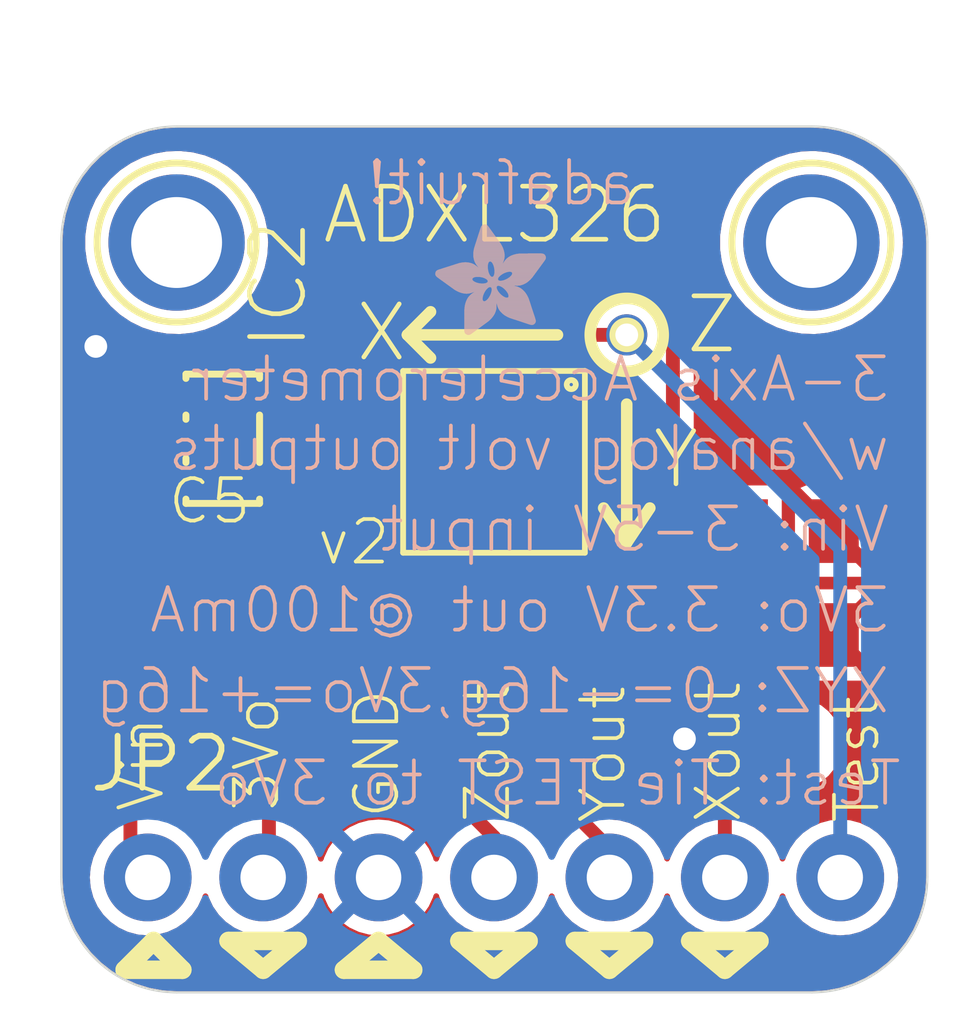
<source format=kicad_pcb>
(kicad_pcb (version 20221018) (generator pcbnew)
  (layers (0 "F.Cu" signal) (1 "In1.Cu" signal) (2 "In2.Cu" signal) (3 "In3.Cu" signal) (4 "In4.Cu" signal) (5 "In5.Cu" signal) (6 "In6.Cu" signal) (7 "In7.Cu" signal) (8 "In8.Cu" signal) (9 "In9.Cu" signal) (10 "In10.Cu" signal) (11 "In11.Cu" signal) (12 "In12.Cu" signal) (13 "In13.Cu" signal) (14 "In14.Cu" signal) (31 "B.Cu" signal) (34 "B.Paste" user) (35 "F.Paste" user) (36 "B.SilkS" user "B.Silkscreen") (37 "F.SilkS" user "F.Silkscreen") (38 "B.Mask" user) (39 "F.Mask" user) (44 "Edge.Cuts" user))
  (net 0 "")
  (net 1 "GND")
  (net 2 "ZOUT")
  (net 3 "YOUT")
  (net 4 "XOUT")
  (net 5 "ST")
  (net 6 "+5V")
  (net 7 "+3V3")
  (footprint "working:MOUNTINGHOLE_2.0_PLATED" (layer "F.Cu") (at 141.5084 98.0313)
    (fp_text reference "U$8" hide)
    (fp_text value "MOUNTINGHOLE2.0" hide)
    (pad "P$1" thru_hole circle (at 0 0) (size 3 3) (drill 2) (layers "*.Cu" "*.Mask"))
    (zone (net 0) (net_name "") (layer "F.Cu") (connect_pads (clearance 0)) (min_thickness 0.25)
      (keepout (tracks not_allowed) (vias not_allowed) (pads not_allowed) (copperpour not_allowed) (footprints allowed))
      (fill (thermal_gap 0.5) (thermal_bridge_width 0.5))
      (polygon (pts (xy 143.5244 98.0313) (xy 143.50478 97.750727) (xy 143.446304 97.475615) (xy 143.350108 97.211319) (xy 143.218065 96.962983) (xy 143.052746 96.73544) (xy 142.857367 96.53312) (xy 142.635733 96.35996) (xy 142.392156 96.219331) (xy 142.131378 96.11397) (xy 141.858475 96.045928) (xy 141.578757 96.016528) (xy 141.297671 96.026344) (xy 141.020685 96.075184) (xy 140.753193 96.162097) (xy 140.5004 96.285393) (xy 140.267226 96.44267) (xy 140.058211 96.630869) (xy 139.877422 96.846325) (xy 139.728378 97.084845) (xy 139.61398 97.341787) (xy 139.536454 97.61215) (xy 139.497311 97.890671) (xy 139.497311 98.171929) (xy 139.536454 98.45045) (xy 139.61398 98.720813) (xy 139.728378 98.977755) (xy 139.877422 99.216275) (xy 140.058211 99.431731) (xy 140.267226 99.61993) (xy 140.5004 99.777207) (xy 140.753193 99.900503) (xy 141.020685 99.987416) (xy 141.297671 100.036256) (xy 141.578757 100.046072) (xy 141.858475 100.016672) (xy 142.131378 99.94863) (xy 142.392156 99.843269) (xy 142.635733 99.70264) (xy 142.857367 99.52948) (xy 143.052746 99.32716) (xy 143.218065 99.099617) (xy 143.350108 98.851281) (xy 143.446304 98.586985) (xy 143.50478 98.311873)))
      (polygon (pts (xy 141.4924 98.0313) (xy 141.497086 98.042614) (xy 141.5084 98.0473) (xy 141.519714 98.042614) (xy 141.5244 98.0313) (xy 141.519714 98.019986) (xy 141.5084 98.0153) (xy 141.497086 98.019986)))
    )
    (zone (net 0) (net_name "") (layer "B.Cu") (connect_pads (clearance 0)) (min_thickness 0.25)
      (keepout (tracks not_allowed) (vias not_allowed) (pads not_allowed) (copperpour not_allowed) (footprints allowed))
      (fill (thermal_gap 0.5) (thermal_bridge_width 0.5))
      (polygon (pts (xy 143.5244 98.0313) (xy 143.50478 97.750727) (xy 143.446304 97.475615) (xy 143.350108 97.211319) (xy 143.218065 96.962983) (xy 143.052746 96.73544) (xy 142.857367 96.53312) (xy 142.635733 96.35996) (xy 142.392156 96.219331) (xy 142.131378 96.11397) (xy 141.858475 96.045928) (xy 141.578757 96.016528) (xy 141.297671 96.026344) (xy 141.020685 96.075184) (xy 140.753193 96.162097) (xy 140.5004 96.285393) (xy 140.267226 96.44267) (xy 140.058211 96.630869) (xy 139.877422 96.846325) (xy 139.728378 97.084845) (xy 139.61398 97.341787) (xy 139.536454 97.61215) (xy 139.497311 97.890671) (xy 139.497311 98.171929) (xy 139.536454 98.45045) (xy 139.61398 98.720813) (xy 139.728378 98.977755) (xy 139.877422 99.216275) (xy 140.058211 99.431731) (xy 140.267226 99.61993) (xy 140.5004 99.777207) (xy 140.753193 99.900503) (xy 141.020685 99.987416) (xy 141.297671 100.036256) (xy 141.578757 100.046072) (xy 141.858475 100.016672) (xy 142.131378 99.94863) (xy 142.392156 99.843269) (xy 142.635733 99.70264) (xy 142.857367 99.52948) (xy 143.052746 99.32716) (xy 143.218065 99.099617) (xy 143.350108 98.851281) (xy 143.446304 98.586985) (xy 143.50478 98.311873)))
      (polygon (pts (xy 141.4924 98.0313) (xy 141.497086 98.042614) (xy 141.5084 98.0473) (xy 141.519714 98.042614) (xy 141.5244 98.0313) (xy 141.519714 98.019986) (xy 141.5084 98.0153) (xy 141.497086 98.019986)))
    )
  )
  (footprint "working:C0805K" (layer "F.Cu") (at 142.2704 105.1433)
    (fp_text reference "C5" (at -1 -0.875) (layer "F.SilkS") (effects (font (size 0.93472 0.93472) (thickness 0.08128)) (justify left bottom)))
    (fp_text value "10uF")
    (pad "1" smd rect (at -1 0) (size 1.1 1.4) (layers "F.Cu" "F.Paste" "F.Mask") (net 6 "+5V"))
    (pad "2" smd rect (at 1 0) (size 1.1 1.4) (layers "F.Cu" "F.Paste" "F.Mask") (net 1 "GND"))
  )
  (footprint "working:MOUNTINGHOLE_2.0_PLATED" (layer "F.Cu") (at 155.4784 98.0313)
    (fp_text reference "U$5" hide)
    (fp_text value "MOUNTINGHOLE2.0" hide)
    (pad "P$1" thru_hole circle (at 0 0) (size 3 3) (drill 2) (layers "*.Cu" "*.Mask"))
    (zone (net 0) (net_name "") (layer "F.Cu") (connect_pads (clearance 0)) (min_thickness 0.25)
      (keepout (tracks not_allowed) (vias not_allowed) (pads not_allowed) (copperpour not_allowed) (footprints allowed))
      (fill (thermal_gap 0.5) (thermal_bridge_width 0.5))
      (polygon (pts (xy 157.4944 98.0313) (xy 157.47478 97.750727) (xy 157.416304 97.475615) (xy 157.320108 97.211319) (xy 157.188065 96.962983) (xy 157.022746 96.73544) (xy 156.827367 96.53312) (xy 156.605733 96.35996) (xy 156.362156 96.219331) (xy 156.101378 96.11397) (xy 155.828475 96.045928) (xy 155.548757 96.016528) (xy 155.267671 96.026344) (xy 154.990685 96.075184) (xy 154.723193 96.162097) (xy 154.4704 96.285393) (xy 154.237226 96.44267) (xy 154.028211 96.630869) (xy 153.847422 96.846325) (xy 153.698378 97.084845) (xy 153.58398 97.341787) (xy 153.506454 97.61215) (xy 153.467311 97.890671) (xy 153.467311 98.171929) (xy 153.506454 98.45045) (xy 153.58398 98.720813) (xy 153.698378 98.977755) (xy 153.847422 99.216275) (xy 154.028211 99.431731) (xy 154.237226 99.61993) (xy 154.4704 99.777207) (xy 154.723193 99.900503) (xy 154.990685 99.987416) (xy 155.267671 100.036256) (xy 155.548757 100.046072) (xy 155.828475 100.016672) (xy 156.101378 99.94863) (xy 156.362156 99.843269) (xy 156.605733 99.70264) (xy 156.827367 99.52948) (xy 157.022746 99.32716) (xy 157.188065 99.099617) (xy 157.320108 98.851281) (xy 157.416304 98.586985) (xy 157.47478 98.311873)))
      (polygon (pts (xy 155.4624 98.0313) (xy 155.467086 98.042614) (xy 155.4784 98.0473) (xy 155.489714 98.042614) (xy 155.4944 98.0313) (xy 155.489714 98.019986) (xy 155.4784 98.0153) (xy 155.467086 98.019986)))
    )
    (zone (net 0) (net_name "") (layer "B.Cu") (connect_pads (clearance 0)) (min_thickness 0.25)
      (keepout (tracks not_allowed) (vias not_allowed) (pads not_allowed) (copperpour not_allowed) (footprints allowed))
      (fill (thermal_gap 0.5) (thermal_bridge_width 0.5))
      (polygon (pts (xy 157.4944 98.0313) (xy 157.47478 97.750727) (xy 157.416304 97.475615) (xy 157.320108 97.211319) (xy 157.188065 96.962983) (xy 157.022746 96.73544) (xy 156.827367 96.53312) (xy 156.605733 96.35996) (xy 156.362156 96.219331) (xy 156.101378 96.11397) (xy 155.828475 96.045928) (xy 155.548757 96.016528) (xy 155.267671 96.026344) (xy 154.990685 96.075184) (xy 154.723193 96.162097) (xy 154.4704 96.285393) (xy 154.237226 96.44267) (xy 154.028211 96.630869) (xy 153.847422 96.846325) (xy 153.698378 97.084845) (xy 153.58398 97.341787) (xy 153.506454 97.61215) (xy 153.467311 97.890671) (xy 153.467311 98.171929) (xy 153.506454 98.45045) (xy 153.58398 98.720813) (xy 153.698378 98.977755) (xy 153.847422 99.216275) (xy 154.028211 99.431731) (xy 154.237226 99.61993) (xy 154.4704 99.777207) (xy 154.723193 99.900503) (xy 154.990685 99.987416) (xy 155.267671 100.036256) (xy 155.548757 100.046072) (xy 155.828475 100.016672) (xy 156.101378 99.94863) (xy 156.362156 99.843269) (xy 156.605733 99.70264) (xy 156.827367 99.52948) (xy 157.022746 99.32716) (xy 157.188065 99.099617) (xy 157.320108 98.851281) (xy 157.416304 98.586985) (xy 157.47478 98.311873)))
      (polygon (pts (xy 155.4624 98.0313) (xy 155.467086 98.042614) (xy 155.4784 98.0473) (xy 155.489714 98.042614) (xy 155.4944 98.0313) (xy 155.489714 98.019986) (xy 155.4784 98.0153) (xy 155.467086 98.019986)))
    )
  )
  (footprint "working:C0805K" (layer "F.Cu") (at 146.3344 106.6673 180)
    (fp_text reference "C2" hide)
    (fp_text value "0.1uF")
    (pad "1" smd rect (at -1 0 180) (size 1.1 1.4) (layers "F.Cu" "F.Paste" "F.Mask") (net 2 "ZOUT"))
    (pad "2" smd rect (at 1 0 180) (size 1.1 1.4) (layers "F.Cu" "F.Paste" "F.Mask") (net 1 "GND"))
  )
  (footprint "working:C0805K" (layer "F.Cu") (at 154.9704 106.6673)
    (fp_text reference "C4" hide)
    (fp_text value "0.1uF")
    (pad "1" smd rect (at -1 0) (size 1.1 1.4) (layers "F.Cu" "F.Paste" "F.Mask") (net 4 "XOUT"))
    (pad "2" smd rect (at 1 0) (size 1.1 1.4) (layers "F.Cu" "F.Paste" "F.Mask") (net 1 "GND"))
  )
  (footprint "working:1X07_ROUND_76" (layer "F.Cu") (at 148.4934 112.0013)
    (fp_text reference "JP2" (at -8.9662 -1.8288) (layer "F.SilkS") (effects (font (size 1.143 1.143) (thickness 0.127)) (justify left bottom)))
    (fp_text value "")
    (pad "1" thru_hole circle (at -7.62 0 90) (size 1.9304 1.9304) (drill 1) (layers "*.Cu" "*.Mask") (net 6 "+5V"))
    (pad "2" thru_hole circle (at -5.08 0 90) (size 1.9304 1.9304) (drill 1) (layers "*.Cu" "*.Mask") (net 7 "+3V3"))
    (pad "3" thru_hole circle (at -2.54 0 90) (size 1.9304 1.9304) (drill 1) (layers "*.Cu" "*.Mask") (net 1 "GND"))
    (pad "4" thru_hole circle (at 0 0 90) (size 1.9304 1.9304) (drill 1) (layers "*.Cu" "*.Mask") (net 2 "ZOUT"))
    (pad "5" thru_hole circle (at 2.54 0 90) (size 1.9304 1.9304) (drill 1) (layers "*.Cu" "*.Mask") (net 3 "YOUT"))
    (pad "6" thru_hole circle (at 5.08 0 90) (size 1.9304 1.9304) (drill 1) (layers "*.Cu" "*.Mask") (net 4 "XOUT"))
    (pad "7" thru_hole circle (at 7.62 0 90) (size 1.9304 1.9304) (drill 1) (layers "*.Cu" "*.Mask") (net 5 "ST"))
  )
  (footprint "working:FIDUCIAL_1MM" (layer "F.Cu") (at 155.1482 109.0549)
    (fp_text reference "U$1" hide)
    (fp_text value "FIDUCIAL" hide)
    (pad "1" smd roundrect (at 0 0) (size 1 1) (layers "F.Cu") (roundrect_rratio 0.5))
    (zone (net 0) (net_name "") (layer "F.Cu") (connect_pads (clearance 0)) (min_thickness 0.25)
      (keepout (tracks not_allowed) (vias not_allowed) (pads not_allowed) (copperpour not_allowed) (footprints allowed))
      (fill (thermal_gap 0.5) (thermal_bridge_width 0.5))
      (polygon (pts (xy 154.1482 109.0549) (xy 154.1482 109.0549) (xy 154.167415 109.24999) (xy 154.22432 109.437583) (xy 154.31673 109.61047) (xy 154.441093 109.762007) (xy 154.59263 109.88637) (xy 154.765517 109.97878) (xy 155.1482 110.0549) (xy 155.1482 110.0549) (xy 155.34329 110.035685) (xy 155.530883 109.97878) (xy 155.70377 109.88637) (xy 155.855307 109.762007) (xy 155.97967 109.61047) (xy 156.07208 109.437583) (xy 156.1482 109.0549) (xy 156.1482 109.0549) (xy 156.128985 108.85981) (xy 156.07208 108.672217) (xy 155.97967 108.49933) (xy 155.855307 108.347793) (xy 155.70377 108.22343) (xy 155.530883 108.13102) (xy 155.1482 108.0549) (xy 155.1482 108.0549) (xy 154.95311 108.074115) (xy 154.765517 108.13102) (xy 154.59263 108.22343) (xy 154.441093 108.347793) (xy 154.31673 108.49933) (xy 154.22432 108.672217)))
    )
  )
  (footprint "working:FIDUCIAL_1MM" (layer "F.Cu") (at 144.3278 99.6823)
    (fp_text reference "U$2" hide)
    (fp_text value "FIDUCIAL" hide)
    (pad "1" smd roundrect (at 0 0) (size 1 1) (layers "F.Cu") (roundrect_rratio 0.5))
    (zone (net 0) (net_name "") (layer "F.Cu") (connect_pads (clearance 0)) (min_thickness 0.25)
      (keepout (tracks not_allowed) (vias not_allowed) (pads not_allowed) (copperpour not_allowed) (footprints allowed))
      (fill (thermal_gap 0.5) (thermal_bridge_width 0.5))
      (polygon (pts (xy 143.3278 99.6823) (xy 143.3278 99.6823) (xy 143.347015 99.87739) (xy 143.40392 100.064983) (xy 143.49633 100.23787) (xy 143.620693 100.389407) (xy 143.77223 100.51377) (xy 143.945117 100.60618) (xy 144.3278 100.6823) (xy 144.3278 100.6823) (xy 144.52289 100.663085) (xy 144.710483 100.60618) (xy 144.88337 100.51377) (xy 145.034907 100.389407) (xy 145.15927 100.23787) (xy 145.25168 100.064983) (xy 145.3278 99.6823) (xy 145.3278 99.6823) (xy 145.308585 99.48721) (xy 145.25168 99.299617) (xy 145.15927 99.12673) (xy 145.034907 98.975193) (xy 144.88337 98.85083) (xy 144.710483 98.75842) (xy 144.3278 98.6823) (xy 144.3278 98.6823) (xy 144.13271 98.701515) (xy 143.945117 98.75842) (xy 143.77223 98.85083) (xy 143.620693 98.975193) (xy 143.49633 99.12673) (xy 143.40392 99.299617)))
    )
  )
  (footprint "working:C0805K" (layer "F.Cu") (at 150.6524 106.6673)
    (fp_text reference "C3" hide)
    (fp_text value "0.1uF")
    (pad "1" smd rect (at -1 0) (size 1.1 1.4) (layers "F.Cu" "F.Paste" "F.Mask") (net 3 "YOUT"))
    (pad "2" smd rect (at 1 0) (size 1.1 1.4) (layers "F.Cu" "F.Paste" "F.Mask") (net 1 "GND"))
  )
  (footprint "working:SOT23-5L" (layer "F.Cu") (at 142.5244 102.3493 -90)
    (fp_text reference "IC2" (at -1.905 -1.905 -90) (layer "F.SilkS") (effects (font (size 1.1684 1.1684) (thickness 0.1016)) (justify left bottom)))
    (fp_text value "LP298XS")
    (pad "1" smd rect (at -0.95 1.3 270) (size 0.55 1.2) (layers "F.Cu" "F.Paste" "F.Mask") (net 6 "+5V"))
    (pad "2" smd rect (at 0 1.3 270) (size 0.55 1.2) (layers "F.Cu" "F.Paste" "F.Mask") (net 1 "GND"))
    (pad "3" smd rect (at 0.95 1.3 270) (size 0.55 1.2) (layers "F.Cu" "F.Paste" "F.Mask") (net 6 "+5V"))
    (pad "4" smd rect (at 0.95 -1.3 270) (size 0.55 1.2) (layers "F.Cu" "F.Paste" "F.Mask"))
    (pad "5" smd rect (at -0.95 -1.3 270) (size 0.55 1.2) (layers "F.Cu" "F.Paste" "F.Mask") (net 7 "+3V3"))
  )
  (footprint "working:C0805K" (layer "F.Cu") (at 154.9704 104.3813)
    (fp_text reference "C1" hide)
    (fp_text value "10uF")
    (pad "1" smd rect (at -1 0) (size 1.1 1.4) (layers "F.Cu" "F.Paste" "F.Mask") (net 7 "+3V3"))
    (pad "2" smd rect (at 1 0) (size 1.1 1.4) (layers "F.Cu" "F.Paste" "F.Mask") (net 1 "GND"))
  )
  (footprint "working:16LCSP" (layer "F.Cu") (at 148.4934 102.8573 -90)
    (fp_text reference "IC1" hide)
    (fp_text value "ADXL33X")
    (fp_poly (pts (xy -1 1) (xy 1 1) (xy 1 -1) (xy -1 -1)) (fill solid) (layer "F.Cu"))
    (pad "1" smd rect (at -1.825 -0.975 270) (size 0.7 0.35) (layers "F.Cu" "F.Paste" "F.Mask"))
    (pad "2" smd rect (at -1.825 -0.325 270) (size 0.7 0.35) (layers "F.Cu" "F.Paste" "F.Mask") (net 5 "ST"))
    (pad "3" smd rect (at -1.825 0.325 270) (size 0.7 0.35) (layers "F.Cu" "F.Paste" "F.Mask") (net 1 "GND"))
    (pad "4" smd rect (at -1.825 0.975 270) (size 0.7 0.35) (layers "F.Cu" "F.Paste" "F.Mask"))
    (pad "5" smd rect (at -0.975 1.85) (size 0.7 0.35) (layers "F.Cu" "F.Paste" "F.Mask") (net 1 "GND"))
    (pad "6" smd rect (at -0.35 1.85) (size 0.7 0.35) (layers "F.Cu" "F.Paste" "F.Mask") (net 1 "GND"))
    (pad "7" smd rect (at 0.325 1.85) (size 0.7 0.35) (layers "F.Cu" "F.Paste" "F.Mask") (net 1 "GND"))
    (pad "8" smd rect (at 0.975 1.85) (size 0.7 0.35) (layers "F.Cu" "F.Paste" "F.Mask") (net 2 "ZOUT"))
    (pad "9" smd rect (at 1.825 0.975 90) (size 0.7 0.35) (layers "F.Cu" "F.Paste" "F.Mask"))
    (pad "10" smd rect (at 1.825 0.325 90) (size 0.7 0.35) (layers "F.Cu" "F.Paste" "F.Mask") (net 3 "YOUT"))
    (pad "11" smd rect (at 1.825 -0.325 90) (size 0.7 0.35) (layers "F.Cu" "F.Paste" "F.Mask"))
    (pad "12" smd rect (at 1.825 -0.975 90) (size 0.7 0.35) (layers "F.Cu" "F.Paste" "F.Mask") (net 4 "XOUT"))
    (pad "13" smd rect (at 0.975 -1.825 180) (size 0.7 0.35) (layers "F.Cu" "F.Paste" "F.Mask"))
    (pad "14" smd rect (at 0.325 -1.825 180) (size 0.7 0.35) (layers "F.Cu" "F.Paste" "F.Mask") (net 7 "+3V3"))
    (pad "15" smd rect (at -0.325 -1.825 180) (size 0.7 0.35) (layers "F.Cu" "F.Paste" "F.Mask") (net 7 "+3V3"))
    (pad "16" smd rect (at -0.975 -1.825 180) (size 0.7 0.35) (layers "F.Cu" "F.Paste" "F.Mask"))
  )
  (footprint "working:ADAFRUIT_2.5MM" (layer "B.Cu") (at 149.6364 100.0633 180)
    (fp_text reference "U$4" hide)
    (fp_text value "" hide)
  )
  (gr_line (start 151.4144 101.5873) (end 151.4144 104.6353) (stroke (width 0.254)) (layer "F.SilkS"))
  (gr_line (start 142.6514 113.3983) (end 143.4134 114.0333) (stroke (width 0.4064)) (layer "F.SilkS"))
  (gr_line (start 141.0004 113.3983) (end 141.6354 114.0333) (stroke (width 0.4064)) (layer "F.SilkS"))
  (gr_line (start 154.3354 113.3983) (end 152.8114 113.3983) (stroke (width 0.4064)) (layer "F.SilkS"))
  (gr_line (start 149.8904 100.0633) (end 146.5884 100.0633) (stroke (width 0.254)) (layer "F.SilkS"))
  (gr_line (start 140.3654 114.0333) (end 141.0004 113.3983) (stroke (width 0.4064)) (layer "F.SilkS"))
  (gr_line (start 151.7954 113.3983) (end 150.2714 113.3983) (stroke (width 0.4064)) (layer "F.SilkS"))
  (gr_line (start 147.7314 113.3983) (end 148.4934 114.0333) (stroke (width 0.4064)) (layer "F.SilkS"))
  (gr_line (start 146.5884 100.0633) (end 147.0964 100.5713) (stroke (width 0.254)) (layer "F.SilkS"))
  (gr_line (start 145.9534 113.3983) (end 145.1914 114.0333) (stroke (width 0.4064)) (layer "F.SilkS"))
  (gr_line (start 151.4144 104.6353) (end 151.9224 103.8733) (stroke (width 0.254)) (layer "F.SilkS"))
  (gr_line (start 141.6354 114.0333) (end 140.3654 114.0333) (stroke (width 0.4064)) (layer "F.SilkS"))
  (gr_line (start 146.5884 100.0633) (end 147.0964 99.5553) (stroke (width 0.254)) (layer "F.SilkS"))
  (gr_line (start 151.4144 104.6353) (end 150.9064 103.8733) (stroke (width 0.254)) (layer "F.SilkS"))
  (gr_line (start 148.4934 114.0333) (end 149.2554 113.3983) (stroke (width 0.4064)) (layer "F.SilkS"))
  (gr_line (start 151.0334 114.0333) (end 151.7954 113.3983) (stroke (width 0.4064)) (layer "F.SilkS"))
  (gr_circle (center 151.4144 100.0633) (end 151.6684 100.0633) (stroke (width 0.254)) (fill none) (layer "F.SilkS"))
  (gr_line (start 150.2714 113.3983) (end 151.0334 114.0333) (stroke (width 0.4064)) (layer "F.SilkS"))
  (gr_line (start 144.1754 113.3983) (end 142.6514 113.3983) (stroke (width 0.4064)) (layer "F.SilkS"))
  (gr_circle (center 151.4144 100.0633) (end 152.2176 100.0633) (stroke (width 0.254)) (fill none) (layer "F.SilkS"))
  (gr_line (start 146.7154 114.0333) (end 145.9534 113.3983) (stroke (width 0.4064)) (layer "F.SilkS"))
  (gr_line (start 149.2554 113.3983) (end 147.7314 113.3983) (stroke (width 0.4064)) (layer "F.SilkS"))
  (gr_line (start 145.1914 114.0333) (end 146.7154 114.0333) (stroke (width 0.4064)) (layer "F.SilkS"))
  (gr_line (start 143.4134 114.0333) (end 144.1754 113.3983) (stroke (width 0.4064)) (layer "F.SilkS"))
  (gr_line (start 153.5734 114.0333) (end 154.3354 113.3983) (stroke (width 0.4064)) (layer "F.SilkS"))
  (gr_line (start 152.8114 113.3983) (end 153.5734 114.0333) (stroke (width 0.4064)) (layer "F.SilkS"))
  (gr_line (start 138.9734 98.0185) (end 138.9734 111.9887) (stroke (width 0.05)) (layer "Edge.Cuts"))
  (gr_arc (start 155.4888 95.4785) (mid 157.284851 96.222449) (end 158.0288 98.0185) (stroke (width 0.05)) (layer "Edge.Cuts"))
  (gr_arc (start 141.5134 114.5287) (mid 139.717349 113.784751) (end 138.9734 111.9887) (stroke (width 0.05)) (layer "Edge.Cuts"))
  (gr_line (start 141.5134 114.5287) (end 155.4888 114.5287) (stroke (width 0.05)) (layer "Edge.Cuts"))
  (gr_line (start 158.0288 111.9887) (end 158.0288 98.0185) (stroke (width 0.05)) (layer "Edge.Cuts"))
  (gr_arc (start 138.9734 98.0185) (mid 139.717349 96.222449) (end 141.5134 95.4785) (stroke (width 0.05)) (layer "Edge.Cuts"))
  (gr_arc (start 158.0288 111.9887) (mid 157.284851 113.784751) (end 155.4888 114.5287) (stroke (width 0.05)) (layer "Edge.Cuts"))
  (gr_line (start 155.4888 95.4785) (end 141.5134 95.4785) (stroke (width 0.05)) (layer "Edge.Cuts"))
  (gr_text "3Vo: 3.3V out @100mA" (at 157.2564 106.6673) (layer "B.SilkS") (effects (font (size 0.93472 0.93472) (thickness 0.08128)) (justify left bottom mirror)))
  (gr_text "adafruit!" (at 151.6684 97.2693) (layer "B.SilkS") (effects (font (size 0.93472 0.93472) (thickness 0.08128)) (justify left bottom mirror)))
  (gr_text "Test: Tie TEST to 3Vo" (at 157.5104 110.4773) (layer "B.SilkS") (effects (font (size 0.93472 0.93472) (thickness 0.08128)) (justify left bottom mirror)))
  (gr_text "w/analog volt outputs" (at 157.2564 103.1113) (layer "B.SilkS") (effects (font (size 0.93472 0.93472) (thickness 0.08128)) (justify left bottom mirror)))
  (gr_text "3-Axis Accelerometer" (at 157.2564 101.5873) (layer "B.SilkS") (effects (font (size 0.93472 0.93472) (thickness 0.08128)) (justify left bottom mirror)))
  (gr_text "XYZ: 0=-16g,3Vo=+16g" (at 157.2564 108.4453) (layer "B.SilkS") (effects (font (size 0.93472 0.93472) (thickness 0.08128)) (justify left bottom mirror)))
  (gr_text "Vin: 3-5V input" (at 157.2564 104.8893) (layer "B.SilkS") (effects (font (size 0.93472 0.93472) (thickness 0.08128)) (justify left bottom mirror)))
  (gr_text "v2" (at 144.5513 105.1687) (layer "F.SilkS") (effects (font (size 0.93472 0.93472) (thickness 0.08128)) (justify left bottom)))
  (gr_text "Zout" (at 148.8998 110.8583 90) (layer "F.SilkS") (effects (font (size 0.93472 0.93472) (thickness 0.08128)) (justify left bottom)))
  (gr_text "GND" (at 146.4614 110.7567 90) (layer "F.SilkS") (effects (font (size 0.93472 0.93472) (thickness 0.08128)) (justify left bottom)))
  (gr_text "ADXL326" (at 144.658 98.1075) (layer "F.SilkS") (effects (font (size 1.1684 1.1684) (thickness 0.1016)) (justify left bottom)))
  (gr_text "Test" (at 157.0278 110.8583 90) (layer "F.SilkS") (effects (font (size 0.93472 0.93472) (thickness 0.08128)) (justify left bottom)))
  (gr_text "X" (at 145.3946 100.6983) (layer "F.SilkS") (effects (font (size 1.1684 1.1684) (thickness 0.1016)) (justify left bottom)))
  (gr_text "Xout" (at 153.9798 110.8583 90) (layer "F.SilkS") (effects (font (size 0.93472 0.93472) (thickness 0.08128)) (justify left bottom)))
  (gr_text "Vin" (at 141.2798 110.6043 90) (layer "F.SilkS") (effects (font (size 0.93472 0.93472) (thickness 0.08128)) (justify left bottom)))
  (gr_text "Yout" (at 151.4398 110.8583 90) (layer "F.SilkS") (effects (font (size 0.93472 0.93472) (thickness 0.08128)) (justify left bottom)))
  (gr_text "Z" (at 152.659 100.5205) (layer "F.SilkS") (effects (font (size 1.1684 1.1684) (thickness 0.1016)) (justify left bottom)))
  (gr_text "3Vo" (at 143.8198 110.6043 90) (layer "F.SilkS") (effects (font (size 0.93472 0.93472) (thickness 0.08128)) (justify left bottom)))
  (gr_text "Y" (at 153.0654 102.1207) (layer "F.SilkS") (effects (font (size 1.1684 1.1684) (thickness 0.1016)) (justify right top)))
  (segment (start 141.7624 102.3493) (end 142.2704 101.8413) (width 0.254) (layer "F.Cu") (net 1))
  (segment (start 141.2244 102.3493) (end 141.7624 102.3493) (width 0.254) (layer "F.Cu") (net 1))
  (via (at 152.6844 108.9533) (size 0.9064) (drill 0.5) (layers "F.Cu" "B.Cu") (net 1))
  (via (at 139.7304 100.3173) (size 0.9064) (drill 0.5) (layers "F.Cu" "B.Cu") (net 1))
  (segment (start 147.3344 106.6673) (end 147.3344 106.4293) (width 0.254) (layer "F.Cu") (net 2))
  (segment (start 147.3504 106.6673) (end 147.3344 106.6673) (width 0.3048) (layer "F.Cu") (net 2))
  (segment (start 147.3504 109.9693) (end 147.3504 106.6673) (width 0.3048) (layer "F.Cu") (net 2))
  (segment (start 148.4934 112.0013) (end 148.4934 111.1123) (width 0.3048) (layer "F.Cu") (net 2))
  (segment (start 148.4934 111.1123) (end 147.3504 109.9693) (width 0.3048) (layer "F.Cu") (net 2))
  (segment (start 146.6434 105.7063) (end 146.6434 103.8323) (width 0.254) (layer "F.Cu") (net 2))
  (segment (start 147.3504 106.4133) (end 146.6434 105.7063) (width 0.254) (layer "F.Cu") (net 2))
  (segment (start 147.3344 106.4293) (end 147.3504 106.4133) (width 0.254) (layer "F.Cu") (net 2))
  (segment (start 148.1684 105.4533) (end 148.1684 104.6823) (width 0.254) (layer "F.Cu") (net 3))
  (segment (start 149.3824 106.6673) (end 148.1684 105.4533) (width 0.254) (layer "F.Cu") (net 3))
  (segment (start 149.6524 106.6673) (end 149.3824 106.6673) (width 0.254) (layer "F.Cu") (net 3))
  (segment (start 149.6364 109.9693) (end 149.6364 106.9213) (width 0.3048) (layer "F.Cu") (net 3))
  (segment (start 151.0334 111.3663) (end 149.6364 109.9693) (width 0.3048) (layer "F.Cu") (net 3))
  (segment (start 151.0334 112.0013) (end 151.0334 111.3663) (width 0.3048) (layer "F.Cu") (net 3))
  (segment (start 149.6364 106.9213) (end 149.6524 106.9053) (width 0.3048) (layer "F.Cu") (net 3))
  (segment (start 149.6524 106.9053) (end 149.6524 106.6673) (width 0.3048) (layer "F.Cu") (net 3))
  (segment (start 153.5734 112.0013) (end 153.5734 108.3183) (width 0.3048) (layer "F.Cu") (net 4))
  (segment (start 154.2084 107.6833) (end 154.2084 106.9213) (width 0.3048) (layer "F.Cu") (net 4))
  (segment (start 153.5734 108.3183) (end 154.2084 107.6833) (width 0.3048) (layer "F.Cu") (net 4))
  (segment (start 153.9544 106.6673) (end 152.1764 104.8893) (width 0.254) (layer "F.Cu") (net 4))
  (segment (start 149.4684 104.8893) (end 149.4684 104.6823) (width 0.254) (layer "F.Cu") (net 4))
  (segment (start 154.2084 106.9213) (end 153.9544 106.6673) (width 0.3048) (layer "F.Cu") (net 4))
  (segment (start 152.1764 104.8893) (end 149.4684 104.8893) (width 0.254) (layer "F.Cu") (net 4))
  (segment (start 153.9544 106.6673) (end 153.9704 106.6673) (width 0.3048) (layer "F.Cu") (net 4))
  (segment (start 148.8744 100.3173) (end 148.8744 100.8253) (width 0.3048) (layer "F.Cu") (net 5))
  (segment (start 148.8744 100.8253) (end 148.8184 100.8813) (width 0.3048) (layer "F.Cu") (net 5))
  (segment (start 151.4144 100.0633) (end 149.1284 100.0633) (width 0.3048) (layer "F.Cu") (net 5))
  (segment (start 149.1284 100.0633) (end 148.8744 100.3173) (width 0.3048) (layer "F.Cu") (net 5))
  (segment (start 148.8184 100.8813) (end 148.8184 101.0323) (width 0.3048) (layer "F.Cu") (net 5))
  (via (at 151.4144 100.0633) (size 0.9064) (drill 0.5) (layers "F.Cu" "B.Cu") (net 5))
  (segment (start 156.1134 112.0013) (end 156.1134 104.7623) (width 0.3048) (layer "B.Cu") (net 5))
  (segment (start 156.1134 104.7623) (end 151.4144 100.0633) (width 0.3048) (layer "B.Cu") (net 5))
  (segment (start 141.0004 104.3653) (end 141.0004 103.3293) (width 0.3048) (layer "F.Cu") (net 6))
  (segment (start 141.2544 104.6353) (end 141.2704 105.1433) (width 0.3048) (layer "F.Cu") (net 6))
  (segment (start 140.9044 101.3333) (end 141.2244 101.3993) (width 0.3048) (layer "F.Cu") (net 6))
  (segment (start 140.4924 106.1593) (end 141.2544 105.3973) (width 0.3048) (layer "F.Cu") (net 6))
  (segment (start 139.9844 101.3333) (end 140.9044 101.3333) (width 0.3048) (layer "F.Cu") (net 6))
  (segment (start 141.0004 103.3293) (end 141.2244 103.2993) (width 0.3048) (layer "F.Cu") (net 6))
  (segment (start 141.2244 103.2993) (end 139.9844 103.2993) (width 0.3048) (layer "F.Cu") (net 6))
  (segment (start 141.2704 105.1433) (end 141.0004 104.3653) (width 0.3048) (layer "F.Cu") (net 6))
  (segment (start 139.9844 103.2993) (end 139.9844 101.3333) (width 0.3048) (layer "F.Cu") (net 6))
  (segment (start 140.4924 111.6203) (end 140.4924 106.1593) (width 0.3048) (layer "F.Cu") (net 6))
  (segment (start 141.2544 105.3973) (end 141.2544 104.6353) (width 0.3048) (layer "F.Cu") (net 6))
  (segment (start 140.8734 112.0013) (end 140.4924 111.6203) (width 0.3048) (layer "F.Cu") (net 6))
  (segment (start 150.3184 103.1823) (end 150.3274 103.1823) (width 0.254) (layer "F.Cu") (net 7))
  (segment (start 143.4134 112.0013) (end 143.5404 111.8743) (width 0.3048) (layer "F.Cu") (net 7))
  (segment (start 145.1254 101.3993) (end 147.3504 99.1743) (width 0.3048) (layer "F.Cu") (net 7))
  (segment (start 143.5404 101.3693) (end 143.8244 101.3993) (width 0.3048) (layer "F.Cu") (net 7))
  (segment (start 152.4304 99.8093) (end 152.4304 103.1823) (width 0.3048) (layer "F.Cu") (net 7))
  (segment (start 147.3504 99.1743) (end 151.7954 99.1743) (width 0.3048) (layer "F.Cu") (net 7))
  (segment (start 152.4304 103.1823) (end 150.3184 103.1823) (width 0.3048) (layer "F.Cu") (net 7))
  (segment (start 151.7954 99.1743) (end 152.4304 99.8093) (width 0.3048) (layer "F.Cu") (net 7))
  (segment (start 143.5404 111.8743) (end 143.5404 107.1753) (width 0.3048) (layer "F.Cu") (net 7))
  (segment (start 143.8244 101.3993) (end 145.1254 101.3993) (width 0.3048) (layer "F.Cu") (net 7))
  (segment (start 152.7554 103.1823) (end 153.9544 104.3813) (width 0.3048) (layer "F.Cu") (net 7))
  (segment (start 150.3184 103.0313) (end 150.3184 102.5323) (width 0.254) (layer "F.Cu") (net 7))
  (segment (start 150.3984 103.1113) (end 150.3184 103.0313) (width 0.254) (layer "F.Cu") (net 7))
  (segment (start 152.4304 103.1823) (end 152.7554 103.1823) (width 0.3048) (layer "F.Cu") (net 7))
  (segment (start 143.5404 101.3693) (end 143.5404 101.3333) (width 0.3048) (layer "F.Cu") (net 7))
  (segment (start 142.2704 103.1113) (end 143.5404 101.8413) (width 0.3048) (layer "F.Cu") (net 7))
  (segment (start 143.5404 107.1753) (end 142.2704 105.9053) (width 0.3048) (layer "F.Cu") (net 7))
  (segment (start 143.5404 101.8413) (end 143.5404 101.3693) (width 0.3048) (layer "F.Cu") (net 7))
  (segment (start 150.3274 103.1823) (end 150.3984 103.1113) (width 0.254) (layer "F.Cu") (net 7))
  (segment (start 153.9544 104.3813) (end 153.9704 104.3813) (width 0.3048) (layer "F.Cu") (net 7))
  (segment (start 142.2704 105.9053) (end 142.2704 103.1113) (width 0.3048) (layer "F.Cu") (net 7))
  (zone (net 1) (net_name "GND") (layer "F.Cu") (priority 6) (connect_pads (clearance 0.3048)) (min_thickness 0.127) (fill yes (thermal_gap 0.304) (thermal_bridge_width 0.304))
    (polygon (pts (xy 159.0344 114.6937) (xy 138.9684 114.6937) (xy 138.9684 95.3897) (xy 159.0344 95.3897)))
  )
  (zone (net 1) (net_name "GND") (layer "B.Cu") (priority 6) (connect_pads (clearance 0.3048)) (min_thickness 0.1524) (fill yes (thermal_gap 0.3548) (thermal_bridge_width 0.3548))
    (polygon (pts (xy 158.2978 114.7191) (xy 138.689 114.7191) (xy 138.689 95.3643) (xy 158.2978 95.3643)))
  )
)
</source>
